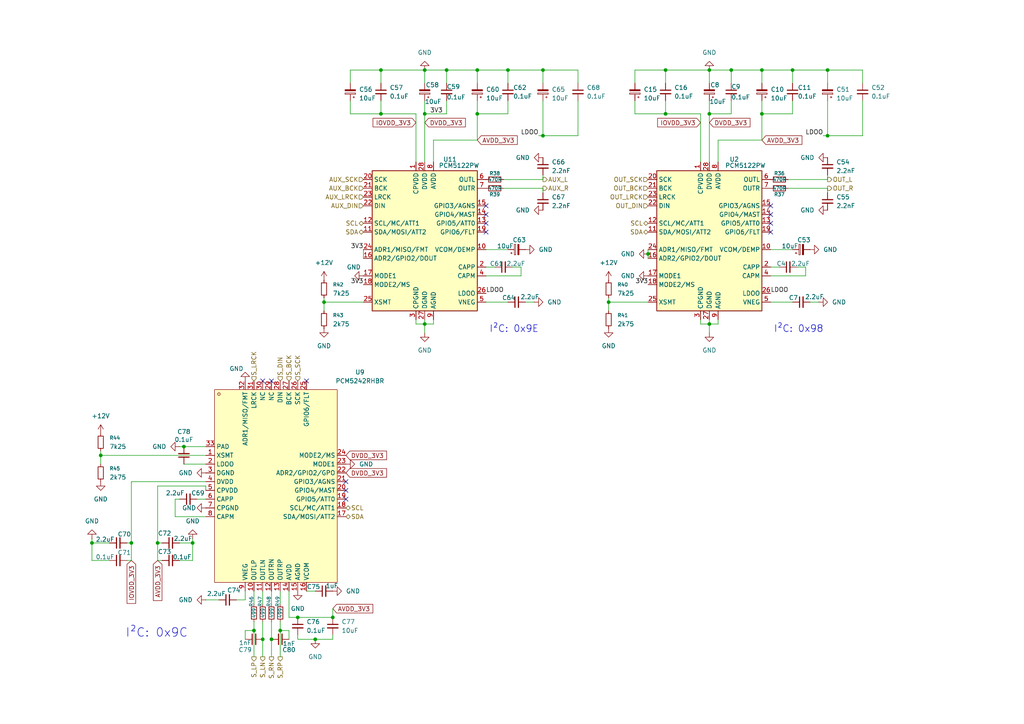
<source format=kicad_sch>
(kicad_sch (version 20250114) (generator "eeschema") (generator_version "9.0")
  (paper "A4")
  (lib_symbols
    (symbol "Audio:PCM5122PW"
      (property "Reference" "U" (at -13.97 21.59 0))
      (property "Value" "PCM5122PW" (at 10.16 21.59 0))
      (symbol "PCM5122PW_0_1"
        (rectangle (start -15.24 20.32) (end 15.24 -20.32) (stroke (width 0.254)) (fill (type background)))
      )
      (symbol "PCM5122PW_1_1"
        (pin input line (at -17.78 17.78 0) (length 2.54) (name "SCK") (number "20"))
        (pin bidirectional line (at -17.78 15.24 0) (length 2.54) (name "BCK") (number "21"))
        (pin bidirectional line (at -17.78 12.7 0) (length 2.54) (name "LRCK") (number "23"))
        (pin input line (at -17.78 10.16 0) (length 2.54) (name "DIN") (number "22"))
        (pin input line (at -17.78 5.08 0) (length 2.54) (name "SCL/MC/ATT1") (number "12"))
        (pin bidirectional line (at -17.78 2.54 0) (length 2.54) (name "SDA/MOSI/ATT2") (number "11"))
        (pin bidirectional line (at -17.78 -2.54 0) (length 2.54) (name "ADR1/MISO/FMT") (number "24"))
        (pin bidirectional line (at -17.78 -5.08 0) (length 2.54) (name "ADR2/GPIO2/DOUT") (number "16"))
        (pin input line (at -17.78 -10.16 0) (length 2.54) (name "MODE1") (number "17"))
        (pin input line (at -17.78 -12.7 0) (length 2.54) (name "MODE2/MS") (number "18"))
        (pin input line (at -17.78 -17.78 0) (length 2.54) (name "XSMT") (number "25"))
        (pin power_in line (at -2.54 22.86 270) (length 2.54) (name "CPVDD") (number "1"))
        (pin power_in line (at -2.54 -22.86 90) (length 2.54) (name "CPGND") (number "3"))
        (pin power_in line (at 0 22.86 270) (length 2.54) (name "DVDD") (number "28"))
        (pin power_in line (at 0 -22.86 90) (length 2.54) (name "DGND") (number "27"))
        (pin power_in line (at 2.54 22.86 270) (length 2.54) (name "AVDD") (number "8"))
        (pin power_in line (at 2.54 -22.86 90) (length 2.54) (name "AGND") (number "9"))
        (pin output line (at 17.78 17.78 180) (length 2.54) (name "OUTL") (number "6"))
        (pin output line (at 17.78 15.24 180) (length 2.54) (name "OUTR") (number "7"))
        (pin bidirectional line (at 17.78 10.16 180) (length 2.54) (name "GPIO3/AGNS") (number "15"))
        (pin bidirectional line (at 17.78 7.62 180) (length 2.54) (name "GPIO4/MAST") (number "14"))
        (pin bidirectional line (at 17.78 5.08 180) (length 2.54) (name "GPIO5/ATT0") (number "13"))
        (pin bidirectional line (at 17.78 2.54 180) (length 2.54) (name "GPIO6/FLT") (number "19"))
        (pin bidirectional line (at 17.78 -2.54 180) (length 2.54) (name "VCOM/DEMP") (number "10"))
        (pin passive line (at 17.78 -7.62 180) (length 2.54) (name "CAPP") (number "2"))
        (pin passive line (at 17.78 -10.16 180) (length 2.54) (name "CAPM") (number "4"))
        (pin passive line (at 17.78 -15.24 180) (length 2.54) (name "LDOO") (number "26"))
        (pin passive line (at 17.78 -17.78 180) (length 2.54) (name "VNEG") (number "5"))
      )
    )
    (symbol "Device:C_Polarized_Small" (pin_numbers (hide yes)) (pin_names (offset 0.254) (hide yes))
      (property "Reference" "C" (at 0.254 1.778 0))
      (property "Value" "C_Polarized_Small" (at 0.254 -2.032 0))
      (symbol "C_Polarized_Small_0_1"
        (rectangle (start -1.524 0.6858) (end 1.524 0.3048))
        (rectangle (start -1.524 -0.3048) (end 1.524 -0.6858) (fill (type outline)))
        (polyline (pts (xy -1.27 1.524) (xy -0.762 1.524)))
        (polyline (pts (xy -1.016 1.27) (xy -1.016 1.778)))
      )
      (symbol "C_Polarized_Small_1_1"
        (pin passive line (at 0 2.54 270) (length 1.8542) (name "~") (number "1"))
        (pin passive line (at 0 -2.54 90) (length 1.8542) (name "~") (number "2"))
      )
    )
    (symbol "Device:C_Small" (pin_numbers (hide yes)) (pin_names (offset 0.254) (hide yes))
      (property "Reference" "C" (at 0.254 1.778 0))
      (property "Value" "C_Small" (at 0.254 -2.032 0))
      (symbol "C_Small_0_1"
        (polyline (pts (xy -1.524 0.508) (xy 1.524 0.508)) (stroke (width 0.3048)))
        (polyline (pts (xy -1.524 -0.508) (xy 1.524 -0.508)) (stroke (width 0.3302)))
      )
      (symbol "C_Small_1_1"
        (pin passive line (at 0 2.54 270) (length 2.032) (name "~") (number "1"))
        (pin passive line (at 0 -2.54 90) (length 2.032) (name "~") (number "2"))
      )
    )
    (symbol "Device:R_Small" (pin_numbers (hide yes)) (pin_names (offset 0.254) (hide yes))
      (property "Reference" "R" (at 0 0 90))
      (property "Value" "R_Small" (at 1.778 0 90))
      (symbol "R_Small_0_1"
        (rectangle (start -0.762 1.778) (end 0.762 -1.778) (stroke (width 0.2032)))
      )
      (symbol "R_Small_1_1"
        (pin passive line (at 0 2.54 270) (length 0.762) (name "~") (number "1"))
        (pin passive line (at 0 -2.54 90) (length 0.762) (name "~") (number "2"))
      )
    )
    (symbol "easyeda2kicad:PCM5242RHBR"
      (property "Reference" "U" (at 0 35.56 0))
      (property "Value" "PCM5242RHBR" (at 0 -35.56 0))
      (symbol "PCM5242RHBR_0_1"
        (rectangle (start -17.78 27.94) (end 17.78 -27.94) (fill (type background)))
        (circle (center -16.51 26.67) (radius 0.38))
        (pin unspecified line (at -20.32 11.43 0) (length 2.54) (name "PAD") (number "33"))
        (pin unspecified line (at -20.32 8.89 0) (length 2.54) (name "XSMT") (number "1"))
        (pin unspecified line (at -20.32 6.35 0) (length 2.54) (name "LDOO") (number "2"))
        (pin unspecified line (at -20.32 3.81 0) (length 2.54) (name "DGND") (number "3"))
        (pin unspecified line (at -20.32 1.27 0) (length 2.54) (name "DVDD") (number "4"))
        (pin unspecified line (at -20.32 -1.27 0) (length 2.54) (name "CPVDD") (number "5"))
        (pin unspecified line (at -20.32 -3.81 0) (length 2.54) (name "CAPP") (number "6"))
        (pin unspecified line (at -20.32 -6.35 0) (length 2.54) (name "CPGND") (number "7"))
        (pin unspecified line (at -20.32 -8.89 0) (length 2.54) (name "CAPM") (number "8"))
        (pin unspecified line (at -8.89 30.48 270) (length 2.54) (name "ADR1/MISO/FMT") (number "32"))
        (pin unspecified line (at -8.89 -30.48 90) (length 2.54) (name "VNEG") (number "9"))
        (pin unspecified line (at -6.35 30.48 270) (length 2.54) (name "LRCK") (number "31"))
        (pin unspecified line (at -6.35 -30.48 90) (length 2.54) (name "OUTLP") (number "10"))
        (pin unspecified line (at -3.81 30.48 270) (length 2.54) (name "NC") (number "30"))
        (pin unspecified line (at -3.81 -30.48 90) (length 2.54) (name "OUTLN") (number "11"))
        (pin unspecified line (at -1.27 30.48 270) (length 2.54) (name "NC") (number "29"))
        (pin unspecified line (at -1.27 -30.48 90) (length 2.54) (name "OUTRN") (number "12"))
        (pin unspecified line (at 1.27 30.48 270) (length 2.54) (name "DIN") (number "28"))
        (pin unspecified line (at 1.27 -30.48 90) (length 2.54) (name "OUTRP") (number "13"))
        (pin unspecified line (at 3.81 30.48 270) (length 2.54) (name "BCK") (number "27"))
        (pin unspecified line (at 3.81 -30.48 90) (length 2.54) (name "AVDD") (number "14"))
        (pin unspecified line (at 6.35 30.48 270) (length 2.54) (name "SCK") (number "26"))
        (pin unspecified line (at 6.35 -30.48 90) (length 2.54) (name "AGND") (number "15"))
        (pin unspecified line (at 8.89 30.48 270) (length 2.54) (name "GPIO6/FLT") (number "25"))
        (pin unspecified line (at 8.89 -30.48 90) (length 2.54) (name "VCOM") (number "16"))
        (pin unspecified line (at 20.32 8.89 180) (length 2.54) (name "MODE2/MS") (number "24"))
        (pin unspecified line (at 20.32 6.35 180) (length 2.54) (name "MODE1") (number "23"))
        (pin unspecified line (at 20.32 3.81 180) (length 2.54) (name "ADR2/GPIO2/GPO") (number "22"))
        (pin unspecified line (at 20.32 1.27 180) (length 2.54) (name "GPIO3/AGNS") (number "21"))
        (pin unspecified line (at 20.32 -1.27 180) (length 2.54) (name "GPIO4/MAST") (number "20"))
        (pin unspecified line (at 20.32 -3.81 180) (length 2.54) (name "GPIO5/ATT0") (number "19"))
        (pin unspecified line (at 20.32 -6.35 180) (length 2.54) (name "SCL/MC/ATT1") (number "18"))
        (pin unspecified line (at 20.32 -8.89 180) (length 2.54) (name "SDA/MOSI/ATT2") (number "17"))
      )
    )
    (symbol "power:+12V" (power) (pin_numbers (hide yes)) (pin_names (offset 0) (hide yes))
      (property "Value" "+12V" (at 0 3.556 0))
      (symbol "+12V_0_1"
        (polyline (pts (xy -0.762 1.27) (xy 0 2.54)))
        (polyline (pts (xy 0 2.54) (xy 0.762 1.27)))
        (polyline (pts (xy 0 0) (xy 0 2.54)))
      )
      (symbol "+12V_1_1"
        (pin power_in line (at 0 0 90) (length 0) (name "~") (number "1"))
      )
    )
    (symbol "power:GND" (power) (pin_numbers (hide yes)) (pin_names (offset 0) (hide yes))
      (property "Value" "GND" (at 0 -3.81 0))
      (symbol "GND_0_1"
        (polyline (pts (xy 0 0) (xy 0 -1.27) (xy 1.27 -1.27) (xy 0 -2.54) (xy -1.27 -1.27) (xy 0 -1.27)))
      )
      (symbol "GND_1_1"
        (pin power_in line (at 0 0 270) (length 0) (name "~") (number "1"))
      )
    )
  )
  (text "I²C: 0x9E" (at 149.098 95.504 0) (effects (font (size 2 2))))
  (text "I²C: 0x9C" (at 45.466 183.642 0) (effects (font (size 2.5 2.5))))
  (text "I²C: 0x98" (at 231.648 95.504 0) (effects (font (size 2 2))))
  (junction (at 240.03 20.32))
  (junction (at 123.19 33.02))
  (junction (at 55.88 157.48))
  (junction (at 29.21 132.08))
  (junction (at 26.67 157.48))
  (junction (at 96.52 179.07))
  (junction (at 38.1 157.48))
  (junction (at 205.74 93.98))
  (junction (at 110.49 33.02))
  (junction (at 240.03 39.37))
  (junction (at 205.74 33.02))
  (junction (at 81.28 182.88))
  (junction (at 157.48 39.37))
  (junction (at 129.54 20.32))
  (junction (at 76.2 185.42))
  (junction (at 93.98 87.63))
  (junction (at 138.43 20.32))
  (junction (at 157.48 20.32))
  (junction (at 91.44 185.42))
  (junction (at 110.49 20.32))
  (junction (at 45.72 157.48))
  (junction (at 205.74 20.32))
  (junction (at 86.36 179.07))
  (junction (at 193.04 33.02))
  (junction (at 220.98 33.02))
  (junction (at 212.09 20.32))
  (junction (at 229.87 20.32))
  (junction (at 123.19 20.32))
  (junction (at 123.19 93.98))
  (junction (at 78.74 185.42))
  (junction (at 176.53 87.63))
  (junction (at 187.96 73.66))
  (junction (at 193.04 20.32))
  (junction (at 73.66 182.88))
  (junction (at 147.32 20.32))
  (junction (at 138.43 33.02))
  (junction (at 53.34 129.54))
  (junction (at 220.98 20.32))
  (no_connect (at 223.52 59.69))
  (no_connect (at 100.33 144.78))
  (no_connect (at 140.97 62.23))
  (no_connect (at 140.97 64.77))
  (no_connect (at 140.97 67.31))
  (no_connect (at 78.74 110.49))
  (no_connect (at 223.52 67.31))
  (no_connect (at 223.52 62.23))
  (no_connect (at 100.33 139.7))
  (no_connect (at 76.2 110.49))
  (no_connect (at 223.52 64.77))
  (no_connect (at 88.9 110.49))
  (no_connect (at 100.33 142.24))
  (no_connect (at 140.97 59.69))
  (wire (pts (xy 101.6 33.02) (xy 110.49 33.02)))
  (wire (pts (xy 152.4 87.63) (xy 154.94 87.63)))
  (wire (pts (xy 59.69 142.24) (xy 59.69 140.97)))
  (wire (pts (xy 123.19 92.71) (xy 123.19 93.98)))
  (wire (pts (xy 68.58 173.99) (xy 71.12 173.99)))
  (wire (pts (xy 250.19 20.32) (xy 250.19 24.13)))
  (wire (pts (xy 231.14 77.47) (xy 233.68 77.47)))
  (wire (pts (xy 205.74 33.02) (xy 212.09 33.02)))
  (wire (pts (xy 81.28 175.26) (xy 81.28 171.45)))
  (wire (pts (xy 29.21 132.08) (xy 29.21 130.81)))
  (wire (pts (xy 81.28 190.5) (xy 81.28 182.88)))
  (wire (pts (xy 86.36 184.15) (xy 86.36 185.42)))
  (wire (pts (xy 184.15 33.02) (xy 193.04 33.02)))
  (wire (pts (xy 176.53 87.63) (xy 176.53 90.17)))
  (wire (pts (xy 184.15 20.32) (xy 184.15 24.13)))
  (wire (pts (xy 157.48 50.8) (xy 157.48 52.07)))
  (wire (pts (xy 36.83 162.56) (xy 38.1 162.56)))
  (wire (pts (xy 203.2 33.02) (xy 193.04 33.02)))
  (wire (pts (xy 93.98 87.63) (xy 93.98 86.36)))
  (wire (pts (xy 55.88 157.48) (xy 55.88 156.21)))
  (wire (pts (xy 157.48 54.61) (xy 157.48 55.88)))
  (wire (pts (xy 57.15 144.78) (xy 59.69 144.78)))
  (wire (pts (xy 52.07 129.54) (xy 53.34 129.54)))
  (wire (pts (xy 29.21 132.08) (xy 59.69 132.08)))
  (wire (pts (xy 240.03 39.37) (xy 250.19 39.37)))
  (wire (pts (xy 120.65 33.02) (xy 110.49 33.02)))
  (wire (pts (xy 123.19 93.98) (xy 120.65 93.98)))
  (wire (pts (xy 187.96 72.39) (xy 187.96 73.66)))
  (wire (pts (xy 240.03 20.32) (xy 250.19 20.32)))
  (wire (pts (xy 125.73 40.64) (xy 138.43 40.64)))
  (wire (pts (xy 78.74 190.5) (xy 78.74 185.42)))
  (wire (pts (xy 147.32 24.13) (xy 147.32 20.32)))
  (wire (pts (xy 26.67 157.48) (xy 31.75 157.48)))
  (wire (pts (xy 53.34 129.54) (xy 59.69 129.54)))
  (wire (pts (xy 105.41 72.39) (xy 105.41 74.93)))
  (wire (pts (xy 110.49 20.32) (xy 101.6 20.32)))
  (wire (pts (xy 73.66 175.26) (xy 73.66 171.45)))
  (wire (pts (xy 83.82 182.88) (xy 81.28 182.88)))
  (wire (pts (xy 167.64 39.37) (xy 167.64 29.21)))
  (wire (pts (xy 205.74 93.98) (xy 205.74 96.52)))
  (wire (pts (xy 81.28 182.88) (xy 81.28 180.34)))
  (wire (pts (xy 76.2 175.26) (xy 76.2 171.45)))
  (wire (pts (xy 229.87 72.39) (xy 223.52 72.39)))
  (wire (pts (xy 138.43 20.32) (xy 129.54 20.32)))
  (wire (pts (xy 240.03 20.32) (xy 240.03 24.13)))
  (wire (pts (xy 187.96 87.63) (xy 176.53 87.63)))
  (wire (pts (xy 193.04 20.32) (xy 184.15 20.32)))
  (wire (pts (xy 45.72 157.48) (xy 46.99 157.48)))
  (wire (pts (xy 138.43 33.02) (xy 147.32 33.02)))
  (wire (pts (xy 120.65 93.98) (xy 120.65 92.71)))
  (wire (pts (xy 50.8 149.86) (xy 50.8 144.78)))
  (wire (pts (xy 88.9 171.45) (xy 91.44 171.45)))
  (wire (pts (xy 59.69 140.97) (xy 45.72 140.97)))
  (wire (pts (xy 52.07 162.56) (xy 55.88 162.56)))
  (wire (pts (xy 147.32 33.02) (xy 147.32 29.21)))
  (wire (pts (xy 138.43 20.32) (xy 138.43 24.13)))
  (wire (pts (xy 228.6 54.61) (xy 240.03 54.61)))
  (wire (pts (xy 203.2 46.99) (xy 203.2 33.02)))
  (wire (pts (xy 193.04 20.32) (xy 193.04 24.13)))
  (wire (pts (xy 138.43 33.02) (xy 138.43 29.21)))
  (wire (pts (xy 229.87 87.63) (xy 223.52 87.63)))
  (wire (pts (xy 50.8 144.78) (xy 52.07 144.78)))
  (wire (pts (xy 110.49 33.02) (xy 110.49 29.21)))
  (wire (pts (xy 123.19 93.98) (xy 123.19 96.52)))
  (wire (pts (xy 83.82 171.45) (xy 83.82 179.07)))
  (wire (pts (xy 229.87 24.13) (xy 229.87 20.32)))
  (wire (pts (xy 220.98 33.02) (xy 220.98 29.21)))
  (wire (pts (xy 223.52 77.47) (xy 226.06 77.47)))
  (wire (pts (xy 123.19 20.32) (xy 123.19 24.13)))
  (wire (pts (xy 240.03 29.21) (xy 240.03 39.37)))
  (wire (pts (xy 176.53 87.63) (xy 176.53 86.36)))
  (wire (pts (xy 45.72 140.97) (xy 45.72 157.48)))
  (wire (pts (xy 220.98 20.32) (xy 212.09 20.32)))
  (wire (pts (xy 26.67 157.48) (xy 26.67 162.56)))
  (wire (pts (xy 208.28 40.64) (xy 220.98 40.64)))
  (wire (pts (xy 123.19 20.32) (xy 110.49 20.32)))
  (wire (pts (xy 156.21 39.37) (xy 157.48 39.37)))
  (wire (pts (xy 71.12 173.99) (xy 71.12 171.45)))
  (wire (pts (xy 26.67 156.21) (xy 26.67 157.48)))
  (wire (pts (xy 148.59 77.47) (xy 151.13 77.47)))
  (wire (pts (xy 83.82 185.42) (xy 83.82 182.88)))
  (wire (pts (xy 96.52 185.42) (xy 96.52 184.15)))
  (wire (pts (xy 123.19 33.02) (xy 129.54 33.02)))
  (wire (pts (xy 223.52 80.01) (xy 233.68 80.01)))
  (wire (pts (xy 212.09 33.02) (xy 212.09 29.21)))
  (wire (pts (xy 220.98 40.64) (xy 220.98 33.02)))
  (wire (pts (xy 125.73 46.99) (xy 125.73 40.64)))
  (wire (pts (xy 146.05 52.07) (xy 157.48 52.07)))
  (wire (pts (xy 208.28 46.99) (xy 208.28 40.64)))
  (wire (pts (xy 86.36 179.07) (xy 96.52 179.07)))
  (wire (pts (xy 83.82 179.07) (xy 86.36 179.07)))
  (wire (pts (xy 140.97 80.01) (xy 151.13 80.01)))
  (wire (pts (xy 146.05 54.61) (xy 157.48 54.61)))
  (wire (pts (xy 212.09 20.32) (xy 212.09 24.13)))
  (wire (pts (xy 101.6 29.21) (xy 101.6 33.02)))
  (wire (pts (xy 78.74 175.26) (xy 78.74 171.45)))
  (wire (pts (xy 138.43 40.64) (xy 138.43 33.02)))
  (wire (pts (xy 220.98 33.02) (xy 229.87 33.02)))
  (wire (pts (xy 93.98 87.63) (xy 93.98 90.17)))
  (wire (pts (xy 123.19 93.98) (xy 125.73 93.98)))
  (wire (pts (xy 147.32 72.39) (xy 140.97 72.39)))
  (wire (pts (xy 250.19 39.37) (xy 250.19 29.21)))
  (wire (pts (xy 208.28 93.98) (xy 208.28 92.71)))
  (wire (pts (xy 45.72 157.48) (xy 45.72 162.56)))
  (wire (pts (xy 125.73 93.98) (xy 125.73 92.71)))
  (wire (pts (xy 234.95 87.63) (xy 237.49 87.63)))
  (wire (pts (xy 36.83 157.48) (xy 38.1 157.48)))
  (wire (pts (xy 240.03 54.61) (xy 240.03 55.88)))
  (wire (pts (xy 101.6 20.32) (xy 101.6 24.13)))
  (wire (pts (xy 38.1 162.56) (xy 38.1 157.48)))
  (wire (pts (xy 129.54 20.32) (xy 129.54 24.13)))
  (wire (pts (xy 38.1 139.7) (xy 38.1 157.48)))
  (wire (pts (xy 55.88 162.56) (xy 55.88 157.48)))
  (wire (pts (xy 229.87 20.32) (xy 240.03 20.32)))
  (wire (pts (xy 71.12 185.42) (xy 71.12 182.88)))
  (wire (pts (xy 59.69 139.7) (xy 38.1 139.7)))
  (wire (pts (xy 71.12 182.88) (xy 73.66 182.88)))
  (wire (pts (xy 78.74 180.34) (xy 78.74 185.42)))
  (wire (pts (xy 123.19 33.02) (xy 123.19 46.99)))
  (wire (pts (xy 29.21 132.08) (xy 29.21 134.62)))
  (wire (pts (xy 228.6 52.07) (xy 240.03 52.07)))
  (wire (pts (xy 205.74 29.21) (xy 205.74 33.02)))
  (wire (pts (xy 140.97 77.47) (xy 143.51 77.47)))
  (wire (pts (xy 91.44 185.42) (xy 96.52 185.42)))
  (wire (pts (xy 205.74 33.02) (xy 205.74 46.99)))
  (wire (pts (xy 147.32 87.63) (xy 140.97 87.63)))
  (wire (pts (xy 205.74 20.32) (xy 205.74 24.13)))
  (wire (pts (xy 187.96 73.66) (xy 187.96 74.93)))
  (wire (pts (xy 53.34 134.62) (xy 59.69 134.62)))
  (wire (pts (xy 147.32 20.32) (xy 157.48 20.32)))
  (wire (pts (xy 129.54 33.02) (xy 129.54 29.21)))
  (wire (pts (xy 157.48 29.21) (xy 157.48 39.37)))
  (wire (pts (xy 59.69 173.99) (xy 63.5 173.99)))
  (wire (pts (xy 123.19 29.21) (xy 123.19 33.02)))
  (wire (pts (xy 240.03 50.8) (xy 240.03 52.07)))
  (wire (pts (xy 203.2 93.98) (xy 203.2 92.71)))
  (wire (pts (xy 220.98 20.32) (xy 220.98 24.13)))
  (wire (pts (xy 157.48 20.32) (xy 167.64 20.32)))
  (wire (pts (xy 147.32 20.32) (xy 138.43 20.32)))
  (wire (pts (xy 157.48 20.32) (xy 157.48 24.13)))
  (wire (pts (xy 105.41 87.63) (xy 93.98 87.63)))
  (wire (pts (xy 205.74 93.98) (xy 203.2 93.98)))
  (wire (pts (xy 151.13 80.01) (xy 151.13 77.47)))
  (wire (pts (xy 205.74 20.32) (xy 193.04 20.32)))
  (wire (pts (xy 229.87 33.02) (xy 229.87 29.21)))
  (wire (pts (xy 76.2 190.5) (xy 76.2 185.42)))
  (wire (pts (xy 59.69 149.86) (xy 50.8 149.86)))
  (wire (pts (xy 193.04 33.02) (xy 193.04 29.21)))
  (wire (pts (xy 52.07 157.48) (xy 55.88 157.48)))
  (wire (pts (xy 184.15 29.21) (xy 184.15 33.02)))
  (wire (pts (xy 46.99 162.56) (xy 45.72 162.56)))
  (wire (pts (xy 167.64 20.32) (xy 167.64 24.13)))
  (wire (pts (xy 129.54 20.32) (xy 123.19 20.32)))
  (wire (pts (xy 205.74 93.98) (xy 208.28 93.98)))
  (wire (pts (xy 205.74 92.71) (xy 205.74 93.98)))
  (wire (pts (xy 120.65 46.99) (xy 120.65 33.02)))
  (wire (pts (xy 73.66 190.5) (xy 73.66 182.88)))
  (wire (pts (xy 157.48 39.37) (xy 167.64 39.37)))
  (wire (pts (xy 73.66 182.88) (xy 73.66 180.34)))
  (wire (pts (xy 212.09 20.32) (xy 205.74 20.32)))
  (wire (pts (xy 96.52 176.53) (xy 96.52 179.07)))
  (wire (pts (xy 76.2 180.34) (xy 76.2 185.42)))
  (wire (pts (xy 31.75 162.56) (xy 26.67 162.56)))
  (wire (pts (xy 86.36 185.42) (xy 91.44 185.42)))
  (wire (pts (xy 110.49 20.32) (xy 110.49 24.13)))
  (wire (pts (xy 229.87 20.32) (xy 220.98 20.32)))
  (wire (pts (xy 233.68 80.01) (xy 233.68 77.47)))
  (wire (pts (xy 238.76 39.37) (xy 240.03 39.37)))
  (label "LDOO" (at 223.52 85.09 0))
  (label "3V3" (at 105.41 72.39 180))
  (label "3V3" (at 105.41 82.55 180))
  (label "LDOO" (at 140.97 85.09 0))
  (label "LDOO" (at 156.21 39.37 180))
  (label "LDOO" (at 238.76 39.37 180))
  (label "3V3" (at 187.96 82.55 180))
  (label "3V3" (at 124.712 33.02 0))
  (global_label "AVDD_3V3" (shape input) (at 138.43 40.64 0) (property "Intersheetrefs" "${INTERSHEET_REFS}" (effects (hide yes))))
  (global_label "AVDD_3V3" (shape input) (at 45.72 162.56 270) (property "Intersheetrefs" "${INTERSHEET_REFS}" (effects (hide yes))))
  (global_label "DVDD_3V3" (shape input) (at 123.19 35.56 0) (property "Intersheetrefs" "${INTERSHEET_REFS}" (effects (hide yes))))
  (global_label "DVDD_3V3" (shape input) (at 100.33 137.16 0) (property "Intersheetrefs" "${INTERSHEET_REFS}" (effects (hide yes))))
  (global_label "IOVDD_3V3" (shape input) (at 38.1 162.56 270) (property "Intersheetrefs" "${INTERSHEET_REFS}" (effects (hide yes))))
  (global_label "DVDD_3V3" (shape input) (at 100.33 132.08 0) (property "Intersheetrefs" "${INTERSHEET_REFS}" (effects (hide yes))))
  (global_label "DVDD_3V3" (shape input) (at 205.74 35.56 0) (property "Intersheetrefs" "${INTERSHEET_REFS}" (effects (hide yes))))
  (global_label "IOVDD_3V3" (shape input) (at 120.65 35.56 180) (property "Intersheetrefs" "${INTERSHEET_REFS}" (effects (hide yes))))
  (global_label "AVDD_3V3" (shape input) (at 220.98 40.64 0) (property "Intersheetrefs" "${INTERSHEET_REFS}" (effects (hide yes))))
  (global_label "AVDD_3V3" (shape input) (at 96.52 176.53 0) (property "Intersheetrefs" "${INTERSHEET_REFS}" (effects (hide yes))))
  (global_label "IOVDD_3V3" (shape input) (at 203.2 35.56 180) (property "Intersheetrefs" "${INTERSHEET_REFS}" (effects (hide yes))))
  (hierarchical_label "SDA" (shape bidirectional) (at 105.41 67.31 180))
  (hierarchical_label "S_RP" (shape output) (at 81.28 190.5 270))
  (hierarchical_label "S_DIN" (shape input) (at 81.28 110.49 90))
  (hierarchical_label "AUX_R" (shape output) (at 157.48 54.61 0))
  (hierarchical_label "SCL" (shape bidirectional) (at 105.41 64.77 180))
  (hierarchical_label "SDA" (shape bidirectional) (at 100.33 149.86 0))
  (hierarchical_label "AUX_BCK" (shape input) (at 105.41 54.61 180))
  (hierarchical_label "SCL" (shape bidirectional) (at 187.96 64.77 180))
  (hierarchical_label "OUT_BCK" (shape input) (at 187.96 54.61 180))
  (hierarchical_label "S_LP" (shape output) (at 73.66 190.5 270))
  (hierarchical_label "S_BCK" (shape input) (at 83.82 110.49 90))
  (hierarchical_label "OUT_LRCK" (shape input) (at 187.96 57.15 180))
  (hierarchical_label "S_RN" (shape output) (at 78.74 190.5 270))
  (hierarchical_label "OUT_R" (shape output) (at 240.03 54.61 0))
  (hierarchical_label "AUX_LRCK" (shape input) (at 105.41 57.15 180))
  (hierarchical_label "OUT_L" (shape output) (at 240.03 52.07 0))
  (hierarchical_label "S_SCK" (shape input) (at 86.36 110.49 90))
  (hierarchical_label "OUT_DIN" (shape input) (at 187.96 59.69 180))
  (hierarchical_label "OUT_SCK" (shape input) (at 187.96 52.07 180))
  (hierarchical_label "AUX_SCK" (shape input) (at 105.41 52.07 180))
  (hierarchical_label "AUX_DIN" (shape input) (at 105.41 59.69 180))
  (hierarchical_label "S_LN" (shape output) (at 76.2 190.5 270))
  (hierarchical_label "SCL" (shape bidirectional) (at 100.33 147.32 0))
  (hierarchical_label "AUX_L" (shape output) (at 157.48 52.07 0))
  (hierarchical_label "S_LRCK" (shape input) (at 73.66 110.49 90))
  (hierarchical_label "SDA" (shape bidirectional) (at 187.96 67.31 180))
  (symbol (lib_id "Device:R_Small") (at 29.21 128.27 180) (unit 1)
    (property "Reference" "R44" (at 31.75 126.9999 0) (effects (font (size 1.016 1.016)) (justify right)))
    (property "Value" "7k25" (at 31.75 129.5399 0) (effects (justify right)))
    (property "Description" "Resistor, small symbol" (effects (hide yes)))
  )
  (symbol (lib_id "Device:R_Small") (at 143.51 54.61 90) (mirror x) (unit 1)
    (property "Reference" "R39" (at 143.51 56.388 90) (effects (font (size 1.016 1.016))))
    (property "Value" "470R" (at 143.51 54.61 90) (effects (font (size 1 1))))
    (property "Description" "Resistor, small symbol" (effects (hide yes)))
  )
  (symbol (lib_id "Device:C_Small") (at 49.53 162.56 90) (unit 1)
    (property "Reference" "C73" (at 47.752 160.02 90))
    (property "Value" "0.1uF" (at 52.832 161.544 90))
    (property "Description" "Unpolarized capacitor, small symbol" (effects (hide yes)))
  )
  (symbol (lib_id "Device:C_Polarized_Small") (at 220.98 26.67 180) (unit 1)
    (property "Reference" "C10" (at 223.52 25.946 0) (effects (justify right)))
    (property "Value" "10uF" (at 223.52 28.486 0) (effects (justify right)))
    (property "Description" "Polarized capacitor, small symbol" (effects (hide yes)))
  )
  (symbol (lib_id "Device:C_Polarized_Small") (at 240.03 26.67 180) (unit 1)
    (property "Reference" "C51" (at 242.57 25.946 0) (effects (justify right)))
    (property "Value" "10uF" (at 242.57 28.486 0) (effects (justify right)))
    (property "Description" "Polarized capacitor, small symbol" (effects (hide yes)))
  )
  (symbol (lib_id "Device:C_Small") (at 54.61 144.78 90) (unit 1)
    (property "Reference" "C69" (at 57.404 143.002 90))
    (property "Value" "2.2uF" (at 50.8 143.002 90))
    (property "Footprint" "Capacitor_SMD:C_0805_2012Metric" (effects (hide yes)))
    (property "Description" "Unpolarized capacitor, small symbol" (effects (hide yes)))
  )
  (symbol (lib_id "power:GND") (at 71.12 110.49 180) (unit 1)
    (property "Reference" "#PWR0105" (effects (hide yes)))
    (property "Value" "GND" (at 68.58 106.934 0))
    (property "Description" "Power symbol creates a global label with name \"GND\" , ground" (effects (hide yes)))
  )
  (symbol (lib_id "Device:R_Small") (at 176.53 92.71 0) (unit 1)
    (property "Reference" "R41" (at 179.07 91.4399 0) (effects (font (size 1.016 1.016)) (justify left)))
    (property "Value" "2k75" (at 179.07 93.9799 0) (effects (justify left)))
    (property "Description" "Resistor, small symbol" (effects (hide yes)))
  )
  (symbol (lib_id "Device:C_Small") (at 229.87 26.67 0) (unit 1)
    (property "Reference" "C11" (at 231.394 25.4 0) (effects (justify left)))
    (property "Value" "0.1uF" (at 231.394 27.94 0) (effects (justify left)))
    (property "Description" "Unpolarized capacitor, small symbol" (effects (hide yes)))
  )
  (symbol (lib_id "Device:C_Polarized_Small") (at 138.43 26.67 180) (unit 1)
    (property "Reference" "C60" (at 140.97 25.946 0) (effects (justify right)))
    (property "Value" "10uF" (at 140.97 28.486 0) (effects (justify right)))
    (property "Description" "Polarized capacitor, small symbol" (effects (hide yes)))
  )
  (symbol (lib_id "Device:R_Small") (at 226.06 52.07 90) (unit 1)
    (property "Reference" "R36" (at 226.06 50.292 90) (effects (font (size 1.016 1.016))))
    (property "Value" "470R" (at 226.06 52.07 90) (effects (font (size 1 1))))
    (property "Description" "Resistor, small symbol" (effects (hide yes)))
  )
  (symbol (lib_id "Device:C_Small") (at 228.6 77.47 90) (unit 1)
    (property "Reference" "C4" (at 226.568 76.454 90))
    (property "Value" "2.2uF" (at 232.156 76.454 90))
    (property "Description" "Unpolarized capacitor, small symbol" (effects (hide yes)))
  )
  (symbol (lib_id "Audio:PCM5122PW") (at 123.19 69.85 0) (unit 1)
    (property "Reference" "U11" (at 128.524 46.228 0) (effects (justify left)))
    (property "Value" "PCM5122PW" (at 127.254 48.006 0) (effects (justify left)))
    (property "Footprint" "Package_SO:TSSOP-28_4.4x9.7mm_P0.65mm" (effects (hide yes)))
    (property "Datasheet" "http://www.ti.com/lit/ds/symlink/pcm5122.pdf" (effects (hide yes)))
    (property "Description" "2VRMS DirectPath, 112dB Audio Stereo DAC with 32-bit, 384kHz PCM Interface, TSSOP-28" (effects (hide yes)))
  )
  (symbol (lib_id "power:GND") (at 29.21 139.7 0) (unit 1)
    (property "Reference" "#PWR067" (effects (hide yes)))
    (property "Value" "GND" (at 29.21 144.78 0))
    (property "Description" "Power symbol creates a global label with name \"GND\" , ground" (effects (hide yes)))
  )
  (symbol (lib_id "power:GND") (at 96.52 171.45 90) (unit 1)
    (property "Reference" "#PWR0101" (effects (hide yes)))
    (property "Value" "GND" (at 100.33 171.4499 90) (effects (justify right)))
    (property "Description" "Power symbol creates a global label with name \"GND\" , ground" (effects (hide yes)))
  )
  (symbol (lib_id "Device:C_Polarized_Small") (at 157.48 26.67 180) (unit 1)
    (property "Reference" "C65" (at 160.02 25.946 0) (effects (justify right)))
    (property "Value" "10uF" (at 160.02 28.486 0) (effects (justify right)))
    (property "Description" "Polarized capacitor, small symbol" (effects (hide yes)))
  )
  (symbol (lib_id "power:GND") (at 26.67 156.21 180) (unit 1)
    (property "Reference" "#PWR098" (effects (hide yes)))
    (property "Value" "GND" (at 26.67 151.13 0))
    (property "Description" "Power symbol creates a global label with name \"GND\" , ground" (effects (hide yes)))
  )
  (symbol (lib_id "power:GND") (at 176.53 95.25 0) (unit 1)
    (property "Reference" "#PWR037" (effects (hide yes)))
    (property "Value" "GND" (at 176.53 100.33 0))
    (property "Description" "Power symbol creates a global label with name \"GND\" , ground" (effects (hide yes)))
  )
  (symbol (lib_id "Device:C_Small") (at 149.86 87.63 90) (unit 1)
    (property "Reference" "C64" (at 147.574 86.36 90))
    (property "Value" "2.2uF" (at 153.67 86.106 90))
    (property "Description" "Unpolarized capacitor, small symbol" (effects (hide yes)))
  )
  (symbol (lib_id "Device:C_Small") (at 193.04 26.67 0) (unit 1)
    (property "Reference" "C16" (at 195.58 25.4062 0) (effects (justify left)))
    (property "Value" "0.1uF" (at 195.58 27.9462 0) (effects (justify left)))
    (property "Description" "Unpolarized capacitor, small symbol" (effects (hide yes)))
  )
  (symbol (lib_id "power:GND") (at 234.95 72.39 90) (unit 1)
    (property "Reference" "#PWR013" (effects (hide yes)))
    (property "Value" "GND" (at 238.76 72.3899 90) (effects (justify right)))
    (property "Description" "Power symbol creates a global label with name \"GND\" , ground" (effects (hide yes)))
  )
  (symbol (lib_id "Device:C_Small") (at 86.36 181.61 0) (unit 1)
    (property "Reference" "C76" (at 88.9 180.3462 0) (effects (justify left)))
    (property "Value" "0.1uF" (at 88.9 182.8862 0) (effects (justify left)))
    (property "Description" "Unpolarized capacitor, small symbol" (effects (hide yes)))
  )
  (symbol (lib_id "Device:R_Small") (at 78.74 177.8 0) (unit 1)
    (property "Reference" "R48" (at 77.978 176.022 90) (effects (font (size 1.016 1.016)) (justify left)))
    (property "Value" "499" (at 78.74 179.324 90) (effects (font (size 1 1)) (justify left)))
    (property "Description" "Resistor, small symbol" (effects (hide yes)))
  )
  (symbol (lib_id "Device:C_Polarized_Small") (at 232.41 72.39 90) (unit 1)
    (property "Reference" "C53" (at 233.172 69.596 90))
    (property "Value" "10uF" (at 229.108 71.374 90))
    (property "Description" "Polarized capacitor, small symbol" (effects (hide yes)))
  )
  (symbol (lib_id "power:+12V") (at 93.98 81.28 0) (unit 1)
    (property "Reference" "#PWR056" (effects (hide yes)))
    (property "Value" "+12V" (at 93.98 76.2 0))
    (property "Description" "Power symbol creates a global label with name \"+12V\"" (effects (hide yes)))
  )
  (symbol (lib_id "Device:C_Small") (at 146.05 77.47 90) (unit 1)
    (property "Reference" "C61" (at 144.018 76.454 90))
    (property "Value" "2.2uF" (at 149.606 76.454 90))
    (property "Description" "Unpolarized capacitor, small symbol" (effects (hide yes)))
  )
  (symbol (lib_id "power:GND") (at 91.44 185.42 0) (unit 1)
    (property "Reference" "#PWR0102" (effects (hide yes)))
    (property "Value" "GND" (at 91.44 190.5 0))
    (property "Description" "Power symbol creates a global label with name \"GND\" , ground" (effects (hide yes)))
  )
  (symbol (lib_id "Device:R_Small") (at 93.98 92.71 0) (unit 1)
    (property "Reference" "R43" (at 96.52 91.4399 0) (effects (font (size 1.016 1.016)) (justify left)))
    (property "Value" "2k75" (at 96.52 93.9799 0) (effects (justify left)))
    (property "Description" "Resistor, small symbol" (effects (hide yes)))
  )
  (symbol (lib_id "Device:C_Small") (at 66.04 173.99 90) (unit 1)
    (property "Reference" "C74" (at 67.818 171.196 90))
    (property "Value" "2.2uF" (at 62.738 172.212 90))
    (property "Footprint" "Capacitor_SMD:C_0805_2012Metric" (effects (hide yes)))
    (property "Description" "Unpolarized capacitor, small symbol" (effects (hide yes)))
  )
  (symbol (lib_id "power:GND") (at 240.03 45.72 270) (unit 1)
    (property "Reference" "#PWR015" (effects (hide yes)))
    (property "Value" "GND" (at 236.22 45.7199 90) (effects (justify right)))
    (property "Description" "Power symbol creates a global label with name \"GND\" , ground" (effects (hide yes)))
  )
  (symbol (lib_id "Device:C_Polarized_Small") (at 205.74 26.67 180) (unit 1)
    (property "Reference" "C8" (at 205.994 24.638 0) (effects (justify right)))
    (property "Value" "10uF" (at 205.74 29.464 0) (effects (justify right)))
    (property "Description" "Polarized capacitor, small symbol" (effects (hide yes)))
  )
  (symbol (lib_id "power:GND") (at 237.49 87.63 90) (unit 1)
    (property "Reference" "#PWR07" (effects (hide yes)))
    (property "Value" "GND" (at 241.3 87.6299 90) (effects (justify right)))
    (property "Description" "Power symbol creates a global label with name \"GND\" , ground" (effects (hide yes)))
  )
  (symbol (lib_id "Audio:PCM5122PW") (at 205.74 69.85 0) (unit 1)
    (property "Reference" "U2" (at 211.582 46.228 0) (effects (justify left)))
    (property "Value" "PCM5122PW" (at 210.312 48.006 0) (effects (justify left)))
    (property "Footprint" "Package_SO:TSSOP-28_4.4x9.7mm_P0.65mm" (effects (hide yes)))
    (property "Datasheet" "http://www.ti.com/lit/ds/symlink/pcm5122.pdf" (effects (hide yes)))
    (property "Description" "2VRMS DirectPath, 112dB Audio Stereo DAC with 32-bit, 384kHz PCM Interface, TSSOP-28" (effects (hide yes)))
  )
  (symbol (lib_id "power:GND") (at 105.41 80.01 270) (unit 1)
    (property "Reference" "#PWR022" (effects (hide yes)))
    (property "Value" "GND" (at 104.648 77.47 90) (effects (justify right)))
    (property "Description" "Power symbol creates a global label with name \"GND\" , ground" (effects (hide yes)))
  )
  (symbol (lib_id "power:GND") (at 152.4 72.39 90) (unit 1)
    (property "Reference" "#PWR025" (effects (hide yes)))
    (property "Value" "GND" (at 156.21 72.3899 90) (effects (justify right)))
    (property "Description" "Power symbol creates a global label with name \"GND\" , ground" (effects (hide yes)))
  )
  (symbol (lib_id "Device:C_Small") (at 129.54 26.67 0) (unit 1)
    (property "Reference" "C59" (at 129.54 25.146 0) (effects (justify left)))
    (property "Value" "0.1uF" (at 129.54 28.194 0) (effects (justify left)))
    (property "Description" "Unpolarized capacitor, small symbol" (effects (hide yes)))
  )
  (symbol (lib_id "Device:C_Small") (at 212.09 26.67 0) (unit 1)
    (property "Reference" "C9" (at 212.09 25.146 0) (effects (justify left)))
    (property "Value" "0.1uF" (at 212.09 28.194 0) (effects (justify left)))
    (property "Description" "Unpolarized capacitor, small symbol" (effects (hide yes)))
  )
  (symbol (lib_id "power:GND") (at 187.96 80.01 270) (unit 1)
    (property "Reference" "#PWR08" (effects (hide yes)))
    (property "Value" "GND" (at 184.15 80.0099 90) (effects (justify right)))
    (property "Description" "Power symbol creates a global label with name \"GND\" , ground" (effects (hide yes)))
  )
  (symbol (lib_id "power:GND") (at 154.94 87.63 90) (unit 1)
    (property "Reference" "#PWR032" (effects (hide yes)))
    (property "Value" "GND" (at 158.75 87.6299 90) (effects (justify right)))
    (property "Description" "Power symbol creates a global label with name \"GND\" , ground" (effects (hide yes)))
  )
  (symbol (lib_id "Device:C_Small") (at 250.19 26.67 0) (unit 1)
    (property "Reference" "C52" (at 252.73 25.4062 0) (effects (justify left)))
    (property "Value" "0.1uF" (at 252.73 27.9462 0) (effects (justify left)))
    (property "Description" "Unpolarized capacitor, small symbol" (effects (hide yes)))
  )
  (symbol (lib_id "Device:R_Small") (at 76.2 177.8 0) (unit 1)
    (property "Reference" "R47" (at 75.438 176.022 90) (effects (font (size 1.016 1.016)) (justify left)))
    (property "Value" "499" (at 76.2 179.324 90) (effects (font (size 1 1)) (justify left)))
    (property "Description" "Resistor, small symbol" (effects (hide yes)))
  )
  (symbol (lib_id "Device:C_Small") (at 147.32 26.67 0) (unit 1)
    (property "Reference" "C62" (at 148.844 25.4 0) (effects (justify left)))
    (property "Value" "0.1uF" (at 148.844 27.94 0) (effects (justify left)))
    (property "Description" "Unpolarized capacitor, small symbol" (effects (hide yes)))
  )
  (symbol (lib_id "power:GND") (at 100.33 134.62 90) (unit 1)
    (property "Reference" "#PWR0103" (effects (hide yes)))
    (property "Value" "GND" (at 104.14 134.6199 90) (effects (justify right)))
    (property "Description" "Power symbol creates a global label with name \"GND\" , ground" (effects (hide yes)))
  )
  (symbol (lib_id "Device:C_Small") (at 34.29 157.48 90) (unit 1)
    (property "Reference" "C70" (at 36.068 154.94 90))
    (property "Value" "2.2uF" (at 30.48 156.464 90))
    (property "Footprint" "Capacitor_SMD:C_0805_2012Metric" (effects (hide yes)))
    (property "Description" "Unpolarized capacitor, small symbol" (effects (hide yes)))
  )
  (symbol (lib_id "power:GND") (at 86.36 171.45 0) (unit 1)
    (property "Reference" "#PWR0100" (effects (hide yes)))
    (property "Value" "GND" (at 86.36 176.53 0))
    (property "Description" "Power symbol creates a global label with name \"GND\" , ground" (effects (hide yes)))
  )
  (symbol (lib_id "power:GND") (at 59.69 137.16 270) (unit 1)
    (property "Reference" "#PWR072" (effects (hide yes)))
    (property "Value" "GND" (at 55.88 137.1599 90) (effects (justify right)))
    (property "Description" "Power symbol creates a global label with name \"GND\" , ground" (effects (hide yes)))
  )
  (symbol (lib_id "Device:C_Small") (at 34.29 162.56 90) (unit 1)
    (property "Reference" "C71" (at 36.068 160.274 90))
    (property "Value" "0.1uF" (at 30.48 161.544 90))
    (property "Description" "Unpolarized capacitor, small symbol" (effects (hide yes)))
  )
  (symbol (lib_id "Device:C_Polarized_Small") (at 184.15 26.67 180) (unit 1)
    (property "Reference" "C15" (at 186.69 25.946 0) (effects (justify right)))
    (property "Value" "10uF" (at 186.69 28.486 0) (effects (justify right)))
    (property "Description" "Polarized capacitor, small symbol" (effects (hide yes)))
  )
  (symbol (lib_id "power:GND") (at 52.07 129.54 270) (unit 1)
    (property "Reference" "#PWR0104" (effects (hide yes)))
    (property "Value" "GND" (at 48.26 129.5399 90) (effects (justify right)))
    (property "Description" "Power symbol creates a global label with name \"GND\" , ground" (effects (hide yes)))
  )
  (symbol (lib_id "power:GND") (at 205.74 96.52 0) (unit 1)
    (property "Reference" "#PWR03" (effects (hide yes)))
    (property "Value" "GND" (at 205.74 101.6 0))
    (property "Description" "Power symbol creates a global label with name \"GND\" , ground" (effects (hide yes)))
  )
  (symbol (lib_id "power:GND") (at 59.69 173.99 270) (unit 1)
    (property "Reference" "#PWR099" (effects (hide yes)))
    (property "Value" "GND" (at 55.88 173.9899 90) (effects (justify right)))
    (property "Description" "Power symbol creates a global label with name \"GND\" , ground" (effects (hide yes)))
  )
  (symbol (lib_id "power:GND") (at 123.19 96.52 0) (unit 1)
    (property "Reference" "#PWR024" (effects (hide yes)))
    (property "Value" "GND" (at 123.19 101.6 0))
    (property "Description" "Power symbol creates a global label with name \"GND\" , ground" (effects (hide yes)))
  )
  (symbol (lib_id "Device:R_Small") (at 176.53 83.82 180) (unit 1)
    (property "Reference" "R40" (at 179.07 82.5499 0) (effects (font (size 1.016 1.016)) (justify right)))
    (property "Value" "7k25" (at 179.07 85.0899 0) (effects (justify right)))
    (property "Description" "Resistor, small symbol" (effects (hide yes)))
  )
  (symbol (lib_id "power:GND") (at 205.74 20.32 180) (unit 1)
    (property "Reference" "#PWR012" (effects (hide yes)))
    (property "Value" "GND" (at 205.74 15.24 0))
    (property "Description" "Power symbol creates a global label with name \"GND\" , ground" (effects (hide yes)))
  )
  (symbol (lib_id "Device:C_Small") (at 73.66 185.42 90) (unit 1)
    (property "Reference" "C79" (at 71.12 188.468 90))
    (property "Value" "1nF" (at 71.12 186.436 90))
    (property "Description" "Unpolarized capacitor, small symbol" (effects (hide yes)))
  )
  (symbol (lib_id "power:GND") (at 187.96 73.66 270) (unit 1)
    (property "Reference" "#PWR020" (effects (hide yes)))
    (property "Value" "GND" (at 184.15 73.6599 90) (effects (justify right)))
    (property "Description" "Power symbol creates a global label with name \"GND\" , ground" (effects (hide yes)))
  )
  (symbol (lib_id "Device:R_Small") (at 29.21 137.16 0) (unit 1)
    (property "Reference" "R45" (at 31.75 135.8899 0) (effects (font (size 1.016 1.016)) (justify left)))
    (property "Value" "2k75" (at 31.75 138.4299 0) (effects (justify left)))
    (property "Description" "Resistor, small symbol" (effects (hide yes)))
  )
  (symbol (lib_id "Device:C_Polarized_Small") (at 101.6 26.67 180) (unit 1)
    (property "Reference" "C56" (at 104.14 25.946 0) (effects (justify right)))
    (property "Value" "10uF" (at 104.14 28.486 0) (effects (justify right)))
    (property "Description" "Polarized capacitor, small symbol" (effects (hide yes)))
  )
  (symbol (lib_id "power:GND") (at 59.69 147.32 270) (unit 1)
    (property "Reference" "#PWR062" (effects (hide yes)))
    (property "Value" "GND" (at 56.896 147.32 90) (effects (justify right)))
    (property "Description" "Power symbol creates a global label with name \"GND\" , ground" (effects (hide yes)))
  )
  (symbol (lib_id "Device:R_Small") (at 226.06 54.61 90) (mirror x) (unit 1)
    (property "Reference" "R37" (at 226.06 56.388 90) (effects (font (size 1.016 1.016))))
    (property "Value" "470R" (at 226.06 54.61 90) (effects (font (size 1 1))))
    (property "Description" "Resistor, small symbol" (effects (hide yes)))
  )
  (symbol (lib_id "Device:C_Small") (at 232.41 87.63 90) (unit 1)
    (property "Reference" "C7" (at 230.124 86.36 90))
    (property "Value" "2.2uF" (at 236.22 86.106 90))
    (property "Description" "Unpolarized capacitor, small symbol" (effects (hide yes)))
  )
  (symbol (lib_id "power:+12V") (at 176.53 81.28 0) (unit 1)
    (property "Reference" "#PWR021" (effects (hide yes)))
    (property "Value" "+12V" (at 176.53 76.2 0))
    (property "Description" "Power symbol creates a global label with name \"+12V\"" (effects (hide yes)))
  )
  (symbol (lib_id "power:+12V") (at 29.21 125.73 0) (unit 1)
    (property "Reference" "#PWR065" (effects (hide yes)))
    (property "Value" "+12V" (at 29.21 120.65 0))
    (property "Description" "Power symbol creates a global label with name \"+12V\"" (effects (hide yes)))
  )
  (symbol (lib_id "power:GND") (at 55.88 156.21 180) (unit 1)
    (property "Reference" "#PWR097" (effects (hide yes)))
    (property "Value" "GND" (at 55.88 151.13 0))
    (property "Description" "Power symbol creates a global label with name \"GND\" , ground" (effects (hide yes)))
  )
  (symbol (lib_id "Device:C_Small") (at 96.52 181.61 0) (unit 1)
    (property "Reference" "C77" (at 99.06 180.3462 0) (effects (justify left)))
    (property "Value" "10uF" (at 99.06 182.8862 0) (effects (justify left)))
    (property "Description" "Unpolarized capacitor, small symbol" (effects (hide yes)))
  )
  (symbol (lib_id "Device:C_Small") (at 110.49 26.67 0) (unit 1)
    (property "Reference" "C57" (at 113.03 25.4062 0) (effects (justify left)))
    (property "Value" "0.1uF" (at 113.03 27.9462 0) (effects (justify left)))
    (property "Description" "Unpolarized capacitor, small symbol" (effects (hide yes)))
  )
  (symbol (lib_id "Device:C_Small") (at 157.48 48.26 0) (unit 1)
    (property "Reference" "C66" (at 160.02 46.9962 0) (effects (justify left)))
    (property "Value" "2.2nF" (at 160.02 49.5362 0) (effects (justify left)))
    (property "Description" "Unpolarized capacitor, small symbol" (effects (hide yes)))
  )
  (symbol (lib_id "Device:C_Small") (at 240.03 58.42 0) (unit 1)
    (property "Reference" "C55" (at 242.57 57.1562 0) (effects (justify left)))
    (property "Value" "2.2nF" (at 242.57 59.6962 0) (effects (justify left)))
    (property "Description" "Unpolarized capacitor, small symbol" (effects (hide yes)))
  )
  (symbol (lib_id "Device:C_Small") (at 240.03 48.26 0) (unit 1)
    (property "Reference" "C54" (at 242.57 46.9962 0) (effects (justify left)))
    (property "Value" "2.2nF" (at 242.57 49.5362 0) (effects (justify left)))
    (property "Description" "Unpolarized capacitor, small symbol" (effects (hide yes)))
  )
  (symbol (lib_id "power:GND") (at 157.48 45.72 270) (unit 1)
    (property "Reference" "#PWR035" (effects (hide yes)))
    (property "Value" "GND" (at 153.67 45.7199 90) (effects (justify right)))
    (property "Description" "Power symbol creates a global label with name \"GND\" , ground" (effects (hide yes)))
  )
  (symbol (lib_id "Device:C_Small") (at 53.34 132.08 180) (unit 1)
    (property "Reference" "C78" (at 53.34 125.222 0))
    (property "Value" "0.1uF" (at 53.34 127.508 0))
    (property "Description" "Unpolarized capacitor, small symbol" (effects (hide yes)))
  )
  (symbol (lib_id "Device:C_Small") (at 93.98 171.45 90) (unit 1)
    (property "Reference" "C75" (at 90.932 170.18 90))
    (property "Value" "1uF" (at 96.266 169.926 90))
    (property "Description" "Unpolarized capacitor, small symbol" (effects (hide yes)))
  )
  (symbol (lib_id "Device:C_Polarized_Small") (at 123.19 26.67 180) (unit 1)
    (property "Reference" "C58" (at 123.444 24.638 0) (effects (justify right)))
    (property "Value" "10uF" (at 123.19 29.464 0) (effects (justify right)))
    (property "Description" "Polarized capacitor, small symbol" (effects (hide yes)))
  )
  (symbol (lib_id "power:GND") (at 93.98 95.25 0) (unit 1)
    (property "Reference" "#PWR060" (effects (hide yes)))
    (property "Value" "GND" (at 93.98 100.33 0))
    (property "Description" "Power symbol creates a global label with name \"GND\" , ground" (effects (hide yes)))
  )
  (symbol (lib_id "Device:R_Small") (at 73.66 177.8 0) (unit 1)
    (property "Reference" "R46" (at 72.898 176.022 90) (effects (font (size 1.016 1.016)) (justify left)))
    (property "Value" "499" (at 73.66 179.324 90) (effects (font (size 1 1)) (justify left)))
    (property "Description" "Resistor, small symbol" (effects (hide yes)))
  )
  (symbol (lib_id "Device:C_Small") (at 81.28 185.42 90) (unit 1)
    (property "Reference" "C80" (at 83.82 188.468 90))
    (property "Value" "1nF" (at 83.82 186.69 90))
    (property "Description" "Unpolarized capacitor, small symbol" (effects (hide yes)))
  )
  (symbol (lib_id "Device:C_Small") (at 157.48 58.42 0) (unit 1)
    (property "Reference" "C67" (at 160.02 57.1562 0) (effects (justify left)))
    (property "Value" "2.2nF" (at 160.02 59.6962 0) (effects (justify left)))
    (property "Description" "Unpolarized capacitor, small symbol" (effects (hide yes)))
  )
  (symbol (lib_id "Device:C_Small") (at 49.53 157.48 90) (unit 1)
    (property "Reference" "C72" (at 47.752 154.686 90))
    (property "Value" "2.2uF" (at 53.086 156.21 90))
    (property "Footprint" "Capacitor_SMD:C_0805_2012Metric" (effects (hide yes)))
    (property "Description" "Unpolarized capacitor, small symbol" (effects (hide yes)))
  )
  (symbol (lib_id "power:GND") (at 157.48 60.96 270) (unit 1)
    (property "Reference" "#PWR036" (effects (hide yes)))
    (property "Value" "GND" (at 153.67 60.9599 90) (effects (justify right)))
    (property "Description" "Power symbol creates a global label with name \"GND\" , ground" (effects (hide yes)))
  )
  (symbol (lib_id "easyeda2kicad:PCM5242RHBR") (at 80.01 140.97 0) (unit 1)
    (property "Reference" "U9" (at 104.394 107.95 0))
    (property "Value" "PCM5242RHBR" (at 104.394 110.49 0))
    (property "Footprint" "easyeda2kicad:VQFN-32_L5.0-W5.0-P0.50-BL-EP" (effects (hide yes)))
    (property "Datasheet" "https://lcsc.com/product-detail/Digital-To-Analog-Converters-DACs_Texas-Instruments-Texas-Instruments-PCM5242RHBR_C471871.html" (effects (hide yes)))
    (property "LCSC Part" "C471871" (effects (hide yes)))
  )
  (symbol (lib_id "Device:R_Small") (at 81.28 177.8 0) (unit 1)
    (property "Reference" "R49" (at 80.518 176.022 90) (effects (font (size 1.016 1.016)) (justify left)))
    (property "Value" "499" (at 81.28 179.324 90) (effects (font (size 1 1)) (justify left)))
    (property "Description" "Resistor, small symbol" (effects (hide yes)))
  )
  (symbol (lib_id "Device:R_Small") (at 93.98 83.82 180) (unit 1)
    (property "Reference" "R42" (at 96.52 82.5499 0) (effects (font (size 1.016 1.016)) (justify right)))
    (property "Value" "7k25" (at 96.52 85.0899 0) (effects (justify right)))
    (property "Description" "Resistor, small symbol" (effects (hide yes)))
  )
  (symbol (lib_id "Device:R_Small") (at 143.51 52.07 90) (unit 1)
    (property "Reference" "R38" (at 143.51 50.292 90) (effects (font (size 1.016 1.016))))
    (property "Value" "470R" (at 143.51 52.07 90) (effects (font (size 1 1))))
    (property "Description" "Resistor, small symbol" (effects (hide yes)))
  )
  (symbol (lib_id "power:GND") (at 240.03 60.96 270) (unit 1)
    (property "Reference" "#PWR019" (effects (hide yes)))
    (property "Value" "GND" (at 236.22 60.9599 90) (effects (justify right)))
    (property "Description" "Power symbol creates a global label with name \"GND\" , ground" (effects (hide yes)))
  )
  (symbol (lib_id "Device:C_Small") (at 167.64 26.67 0) (unit 1)
    (property "Reference" "C68" (at 170.18 25.4062 0) (effects (justify left)))
    (property "Value" "0.1uF" (at 170.18 27.9462 0) (effects (justify left)))
    (property "Description" "Unpolarized capacitor, small symbol" (effects (hide yes)))
  )
  (symbol (lib_id "Device:C_Polarized_Small") (at 149.86 72.39 90) (unit 1)
    (property "Reference" "C63" (at 150.622 69.596 90))
    (property "Value" "10uF" (at 146.558 71.374 90))
    (property "Description" "Polarized capacitor, small symbol" (effects (hide yes)))
  )
  (symbol (lib_id "power:GND") (at 123.19 20.32 180) (unit 1)
    (property "Reference" "#PWR023" (effects (hide yes)))
    (property "Value" "GND" (at 123.19 15.24 0))
    (property "Description" "Power symbol creates a global label with name \"GND\" , ground" (effects (hide yes)))
  )
)
</source>
